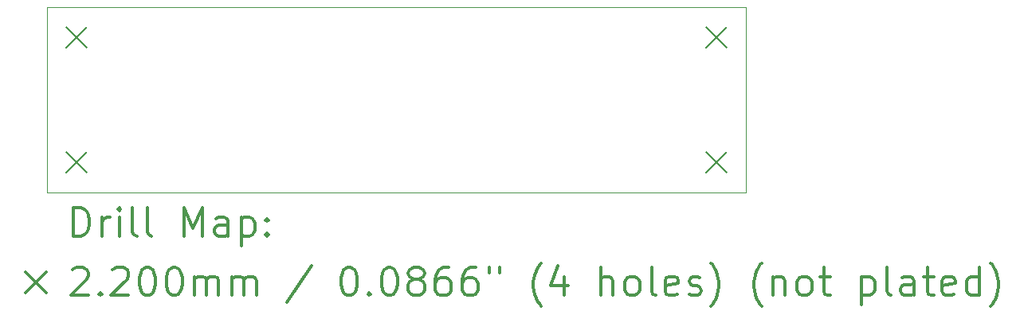
<source format=gbr>
%FSLAX45Y45*%
G04 Gerber Fmt 4.5, Leading zero omitted, Abs format (unit mm)*
G04 Created by KiCad (PCBNEW (5.1.10)-1) date 2023-12-13 20:03:44*
%MOMM*%
%LPD*%
G01*
G04 APERTURE LIST*
%TA.AperFunction,Profile*%
%ADD10C,0.050000*%
%TD*%
%ADD11C,0.200000*%
%ADD12C,0.300000*%
G04 APERTURE END LIST*
D10*
X11557000Y-12001500D02*
X18986500Y-12001500D01*
X11557000Y-10033000D02*
X11557000Y-12001500D01*
X18986500Y-10033000D02*
X11557000Y-10033000D01*
X18986500Y-12001500D02*
X18986500Y-10033000D01*
D11*
X11764500Y-10240500D02*
X11984500Y-10460500D01*
X11984500Y-10240500D02*
X11764500Y-10460500D01*
X11764500Y-11574000D02*
X11984500Y-11794000D01*
X11984500Y-11574000D02*
X11764500Y-11794000D01*
X18559000Y-10240500D02*
X18779000Y-10460500D01*
X18779000Y-10240500D02*
X18559000Y-10460500D01*
X18559000Y-11574000D02*
X18779000Y-11794000D01*
X18779000Y-11574000D02*
X18559000Y-11794000D01*
D12*
X11840928Y-12469714D02*
X11840928Y-12169714D01*
X11912357Y-12169714D01*
X11955214Y-12184000D01*
X11983786Y-12212571D01*
X11998071Y-12241143D01*
X12012357Y-12298286D01*
X12012357Y-12341143D01*
X11998071Y-12398286D01*
X11983786Y-12426857D01*
X11955214Y-12455429D01*
X11912357Y-12469714D01*
X11840928Y-12469714D01*
X12140928Y-12469714D02*
X12140928Y-12269714D01*
X12140928Y-12326857D02*
X12155214Y-12298286D01*
X12169500Y-12284000D01*
X12198071Y-12269714D01*
X12226643Y-12269714D01*
X12326643Y-12469714D02*
X12326643Y-12269714D01*
X12326643Y-12169714D02*
X12312357Y-12184000D01*
X12326643Y-12198286D01*
X12340928Y-12184000D01*
X12326643Y-12169714D01*
X12326643Y-12198286D01*
X12512357Y-12469714D02*
X12483786Y-12455429D01*
X12469500Y-12426857D01*
X12469500Y-12169714D01*
X12669500Y-12469714D02*
X12640928Y-12455429D01*
X12626643Y-12426857D01*
X12626643Y-12169714D01*
X13012357Y-12469714D02*
X13012357Y-12169714D01*
X13112357Y-12384000D01*
X13212357Y-12169714D01*
X13212357Y-12469714D01*
X13483786Y-12469714D02*
X13483786Y-12312571D01*
X13469500Y-12284000D01*
X13440928Y-12269714D01*
X13383786Y-12269714D01*
X13355214Y-12284000D01*
X13483786Y-12455429D02*
X13455214Y-12469714D01*
X13383786Y-12469714D01*
X13355214Y-12455429D01*
X13340928Y-12426857D01*
X13340928Y-12398286D01*
X13355214Y-12369714D01*
X13383786Y-12355429D01*
X13455214Y-12355429D01*
X13483786Y-12341143D01*
X13626643Y-12269714D02*
X13626643Y-12569714D01*
X13626643Y-12284000D02*
X13655214Y-12269714D01*
X13712357Y-12269714D01*
X13740928Y-12284000D01*
X13755214Y-12298286D01*
X13769500Y-12326857D01*
X13769500Y-12412571D01*
X13755214Y-12441143D01*
X13740928Y-12455429D01*
X13712357Y-12469714D01*
X13655214Y-12469714D01*
X13626643Y-12455429D01*
X13898071Y-12441143D02*
X13912357Y-12455429D01*
X13898071Y-12469714D01*
X13883786Y-12455429D01*
X13898071Y-12441143D01*
X13898071Y-12469714D01*
X13898071Y-12284000D02*
X13912357Y-12298286D01*
X13898071Y-12312571D01*
X13883786Y-12298286D01*
X13898071Y-12284000D01*
X13898071Y-12312571D01*
X11334500Y-12854000D02*
X11554500Y-13074000D01*
X11554500Y-12854000D02*
X11334500Y-13074000D01*
X11826643Y-12828286D02*
X11840928Y-12814000D01*
X11869500Y-12799714D01*
X11940928Y-12799714D01*
X11969500Y-12814000D01*
X11983786Y-12828286D01*
X11998071Y-12856857D01*
X11998071Y-12885429D01*
X11983786Y-12928286D01*
X11812357Y-13099714D01*
X11998071Y-13099714D01*
X12126643Y-13071143D02*
X12140928Y-13085429D01*
X12126643Y-13099714D01*
X12112357Y-13085429D01*
X12126643Y-13071143D01*
X12126643Y-13099714D01*
X12255214Y-12828286D02*
X12269500Y-12814000D01*
X12298071Y-12799714D01*
X12369500Y-12799714D01*
X12398071Y-12814000D01*
X12412357Y-12828286D01*
X12426643Y-12856857D01*
X12426643Y-12885429D01*
X12412357Y-12928286D01*
X12240928Y-13099714D01*
X12426643Y-13099714D01*
X12612357Y-12799714D02*
X12640928Y-12799714D01*
X12669500Y-12814000D01*
X12683786Y-12828286D01*
X12698071Y-12856857D01*
X12712357Y-12914000D01*
X12712357Y-12985429D01*
X12698071Y-13042571D01*
X12683786Y-13071143D01*
X12669500Y-13085429D01*
X12640928Y-13099714D01*
X12612357Y-13099714D01*
X12583786Y-13085429D01*
X12569500Y-13071143D01*
X12555214Y-13042571D01*
X12540928Y-12985429D01*
X12540928Y-12914000D01*
X12555214Y-12856857D01*
X12569500Y-12828286D01*
X12583786Y-12814000D01*
X12612357Y-12799714D01*
X12898071Y-12799714D02*
X12926643Y-12799714D01*
X12955214Y-12814000D01*
X12969500Y-12828286D01*
X12983786Y-12856857D01*
X12998071Y-12914000D01*
X12998071Y-12985429D01*
X12983786Y-13042571D01*
X12969500Y-13071143D01*
X12955214Y-13085429D01*
X12926643Y-13099714D01*
X12898071Y-13099714D01*
X12869500Y-13085429D01*
X12855214Y-13071143D01*
X12840928Y-13042571D01*
X12826643Y-12985429D01*
X12826643Y-12914000D01*
X12840928Y-12856857D01*
X12855214Y-12828286D01*
X12869500Y-12814000D01*
X12898071Y-12799714D01*
X13126643Y-13099714D02*
X13126643Y-12899714D01*
X13126643Y-12928286D02*
X13140928Y-12914000D01*
X13169500Y-12899714D01*
X13212357Y-12899714D01*
X13240928Y-12914000D01*
X13255214Y-12942571D01*
X13255214Y-13099714D01*
X13255214Y-12942571D02*
X13269500Y-12914000D01*
X13298071Y-12899714D01*
X13340928Y-12899714D01*
X13369500Y-12914000D01*
X13383786Y-12942571D01*
X13383786Y-13099714D01*
X13526643Y-13099714D02*
X13526643Y-12899714D01*
X13526643Y-12928286D02*
X13540928Y-12914000D01*
X13569500Y-12899714D01*
X13612357Y-12899714D01*
X13640928Y-12914000D01*
X13655214Y-12942571D01*
X13655214Y-13099714D01*
X13655214Y-12942571D02*
X13669500Y-12914000D01*
X13698071Y-12899714D01*
X13740928Y-12899714D01*
X13769500Y-12914000D01*
X13783786Y-12942571D01*
X13783786Y-13099714D01*
X14369500Y-12785429D02*
X14112357Y-13171143D01*
X14755214Y-12799714D02*
X14783786Y-12799714D01*
X14812357Y-12814000D01*
X14826643Y-12828286D01*
X14840928Y-12856857D01*
X14855214Y-12914000D01*
X14855214Y-12985429D01*
X14840928Y-13042571D01*
X14826643Y-13071143D01*
X14812357Y-13085429D01*
X14783786Y-13099714D01*
X14755214Y-13099714D01*
X14726643Y-13085429D01*
X14712357Y-13071143D01*
X14698071Y-13042571D01*
X14683786Y-12985429D01*
X14683786Y-12914000D01*
X14698071Y-12856857D01*
X14712357Y-12828286D01*
X14726643Y-12814000D01*
X14755214Y-12799714D01*
X14983786Y-13071143D02*
X14998071Y-13085429D01*
X14983786Y-13099714D01*
X14969500Y-13085429D01*
X14983786Y-13071143D01*
X14983786Y-13099714D01*
X15183786Y-12799714D02*
X15212357Y-12799714D01*
X15240928Y-12814000D01*
X15255214Y-12828286D01*
X15269500Y-12856857D01*
X15283786Y-12914000D01*
X15283786Y-12985429D01*
X15269500Y-13042571D01*
X15255214Y-13071143D01*
X15240928Y-13085429D01*
X15212357Y-13099714D01*
X15183786Y-13099714D01*
X15155214Y-13085429D01*
X15140928Y-13071143D01*
X15126643Y-13042571D01*
X15112357Y-12985429D01*
X15112357Y-12914000D01*
X15126643Y-12856857D01*
X15140928Y-12828286D01*
X15155214Y-12814000D01*
X15183786Y-12799714D01*
X15455214Y-12928286D02*
X15426643Y-12914000D01*
X15412357Y-12899714D01*
X15398071Y-12871143D01*
X15398071Y-12856857D01*
X15412357Y-12828286D01*
X15426643Y-12814000D01*
X15455214Y-12799714D01*
X15512357Y-12799714D01*
X15540928Y-12814000D01*
X15555214Y-12828286D01*
X15569500Y-12856857D01*
X15569500Y-12871143D01*
X15555214Y-12899714D01*
X15540928Y-12914000D01*
X15512357Y-12928286D01*
X15455214Y-12928286D01*
X15426643Y-12942571D01*
X15412357Y-12956857D01*
X15398071Y-12985429D01*
X15398071Y-13042571D01*
X15412357Y-13071143D01*
X15426643Y-13085429D01*
X15455214Y-13099714D01*
X15512357Y-13099714D01*
X15540928Y-13085429D01*
X15555214Y-13071143D01*
X15569500Y-13042571D01*
X15569500Y-12985429D01*
X15555214Y-12956857D01*
X15540928Y-12942571D01*
X15512357Y-12928286D01*
X15826643Y-12799714D02*
X15769500Y-12799714D01*
X15740928Y-12814000D01*
X15726643Y-12828286D01*
X15698071Y-12871143D01*
X15683786Y-12928286D01*
X15683786Y-13042571D01*
X15698071Y-13071143D01*
X15712357Y-13085429D01*
X15740928Y-13099714D01*
X15798071Y-13099714D01*
X15826643Y-13085429D01*
X15840928Y-13071143D01*
X15855214Y-13042571D01*
X15855214Y-12971143D01*
X15840928Y-12942571D01*
X15826643Y-12928286D01*
X15798071Y-12914000D01*
X15740928Y-12914000D01*
X15712357Y-12928286D01*
X15698071Y-12942571D01*
X15683786Y-12971143D01*
X16112357Y-12799714D02*
X16055214Y-12799714D01*
X16026643Y-12814000D01*
X16012357Y-12828286D01*
X15983786Y-12871143D01*
X15969500Y-12928286D01*
X15969500Y-13042571D01*
X15983786Y-13071143D01*
X15998071Y-13085429D01*
X16026643Y-13099714D01*
X16083786Y-13099714D01*
X16112357Y-13085429D01*
X16126643Y-13071143D01*
X16140928Y-13042571D01*
X16140928Y-12971143D01*
X16126643Y-12942571D01*
X16112357Y-12928286D01*
X16083786Y-12914000D01*
X16026643Y-12914000D01*
X15998071Y-12928286D01*
X15983786Y-12942571D01*
X15969500Y-12971143D01*
X16255214Y-12799714D02*
X16255214Y-12856857D01*
X16369500Y-12799714D02*
X16369500Y-12856857D01*
X16812357Y-13214000D02*
X16798071Y-13199714D01*
X16769500Y-13156857D01*
X16755214Y-13128286D01*
X16740928Y-13085429D01*
X16726643Y-13014000D01*
X16726643Y-12956857D01*
X16740928Y-12885429D01*
X16755214Y-12842571D01*
X16769500Y-12814000D01*
X16798071Y-12771143D01*
X16812357Y-12756857D01*
X17055214Y-12899714D02*
X17055214Y-13099714D01*
X16983786Y-12785429D02*
X16912357Y-12999714D01*
X17098071Y-12999714D01*
X17440928Y-13099714D02*
X17440928Y-12799714D01*
X17569500Y-13099714D02*
X17569500Y-12942571D01*
X17555214Y-12914000D01*
X17526643Y-12899714D01*
X17483786Y-12899714D01*
X17455214Y-12914000D01*
X17440928Y-12928286D01*
X17755214Y-13099714D02*
X17726643Y-13085429D01*
X17712357Y-13071143D01*
X17698071Y-13042571D01*
X17698071Y-12956857D01*
X17712357Y-12928286D01*
X17726643Y-12914000D01*
X17755214Y-12899714D01*
X17798071Y-12899714D01*
X17826643Y-12914000D01*
X17840928Y-12928286D01*
X17855214Y-12956857D01*
X17855214Y-13042571D01*
X17840928Y-13071143D01*
X17826643Y-13085429D01*
X17798071Y-13099714D01*
X17755214Y-13099714D01*
X18026643Y-13099714D02*
X17998071Y-13085429D01*
X17983786Y-13056857D01*
X17983786Y-12799714D01*
X18255214Y-13085429D02*
X18226643Y-13099714D01*
X18169500Y-13099714D01*
X18140928Y-13085429D01*
X18126643Y-13056857D01*
X18126643Y-12942571D01*
X18140928Y-12914000D01*
X18169500Y-12899714D01*
X18226643Y-12899714D01*
X18255214Y-12914000D01*
X18269500Y-12942571D01*
X18269500Y-12971143D01*
X18126643Y-12999714D01*
X18383786Y-13085429D02*
X18412357Y-13099714D01*
X18469500Y-13099714D01*
X18498071Y-13085429D01*
X18512357Y-13056857D01*
X18512357Y-13042571D01*
X18498071Y-13014000D01*
X18469500Y-12999714D01*
X18426643Y-12999714D01*
X18398071Y-12985429D01*
X18383786Y-12956857D01*
X18383786Y-12942571D01*
X18398071Y-12914000D01*
X18426643Y-12899714D01*
X18469500Y-12899714D01*
X18498071Y-12914000D01*
X18612357Y-13214000D02*
X18626643Y-13199714D01*
X18655214Y-13156857D01*
X18669500Y-13128286D01*
X18683786Y-13085429D01*
X18698071Y-13014000D01*
X18698071Y-12956857D01*
X18683786Y-12885429D01*
X18669500Y-12842571D01*
X18655214Y-12814000D01*
X18626643Y-12771143D01*
X18612357Y-12756857D01*
X19155214Y-13214000D02*
X19140928Y-13199714D01*
X19112357Y-13156857D01*
X19098071Y-13128286D01*
X19083786Y-13085429D01*
X19069500Y-13014000D01*
X19069500Y-12956857D01*
X19083786Y-12885429D01*
X19098071Y-12842571D01*
X19112357Y-12814000D01*
X19140928Y-12771143D01*
X19155214Y-12756857D01*
X19269500Y-12899714D02*
X19269500Y-13099714D01*
X19269500Y-12928286D02*
X19283786Y-12914000D01*
X19312357Y-12899714D01*
X19355214Y-12899714D01*
X19383786Y-12914000D01*
X19398071Y-12942571D01*
X19398071Y-13099714D01*
X19583786Y-13099714D02*
X19555214Y-13085429D01*
X19540928Y-13071143D01*
X19526643Y-13042571D01*
X19526643Y-12956857D01*
X19540928Y-12928286D01*
X19555214Y-12914000D01*
X19583786Y-12899714D01*
X19626643Y-12899714D01*
X19655214Y-12914000D01*
X19669500Y-12928286D01*
X19683786Y-12956857D01*
X19683786Y-13042571D01*
X19669500Y-13071143D01*
X19655214Y-13085429D01*
X19626643Y-13099714D01*
X19583786Y-13099714D01*
X19769500Y-12899714D02*
X19883786Y-12899714D01*
X19812357Y-12799714D02*
X19812357Y-13056857D01*
X19826643Y-13085429D01*
X19855214Y-13099714D01*
X19883786Y-13099714D01*
X20212357Y-12899714D02*
X20212357Y-13199714D01*
X20212357Y-12914000D02*
X20240928Y-12899714D01*
X20298071Y-12899714D01*
X20326643Y-12914000D01*
X20340928Y-12928286D01*
X20355214Y-12956857D01*
X20355214Y-13042571D01*
X20340928Y-13071143D01*
X20326643Y-13085429D01*
X20298071Y-13099714D01*
X20240928Y-13099714D01*
X20212357Y-13085429D01*
X20526643Y-13099714D02*
X20498071Y-13085429D01*
X20483786Y-13056857D01*
X20483786Y-12799714D01*
X20769500Y-13099714D02*
X20769500Y-12942571D01*
X20755214Y-12914000D01*
X20726643Y-12899714D01*
X20669500Y-12899714D01*
X20640928Y-12914000D01*
X20769500Y-13085429D02*
X20740928Y-13099714D01*
X20669500Y-13099714D01*
X20640928Y-13085429D01*
X20626643Y-13056857D01*
X20626643Y-13028286D01*
X20640928Y-12999714D01*
X20669500Y-12985429D01*
X20740928Y-12985429D01*
X20769500Y-12971143D01*
X20869500Y-12899714D02*
X20983786Y-12899714D01*
X20912357Y-12799714D02*
X20912357Y-13056857D01*
X20926643Y-13085429D01*
X20955214Y-13099714D01*
X20983786Y-13099714D01*
X21198071Y-13085429D02*
X21169500Y-13099714D01*
X21112357Y-13099714D01*
X21083786Y-13085429D01*
X21069500Y-13056857D01*
X21069500Y-12942571D01*
X21083786Y-12914000D01*
X21112357Y-12899714D01*
X21169500Y-12899714D01*
X21198071Y-12914000D01*
X21212357Y-12942571D01*
X21212357Y-12971143D01*
X21069500Y-12999714D01*
X21469500Y-13099714D02*
X21469500Y-12799714D01*
X21469500Y-13085429D02*
X21440928Y-13099714D01*
X21383786Y-13099714D01*
X21355214Y-13085429D01*
X21340928Y-13071143D01*
X21326643Y-13042571D01*
X21326643Y-12956857D01*
X21340928Y-12928286D01*
X21355214Y-12914000D01*
X21383786Y-12899714D01*
X21440928Y-12899714D01*
X21469500Y-12914000D01*
X21583786Y-13214000D02*
X21598071Y-13199714D01*
X21626643Y-13156857D01*
X21640928Y-13128286D01*
X21655214Y-13085429D01*
X21669500Y-13014000D01*
X21669500Y-12956857D01*
X21655214Y-12885429D01*
X21640928Y-12842571D01*
X21626643Y-12814000D01*
X21598071Y-12771143D01*
X21583786Y-12756857D01*
M02*

</source>
